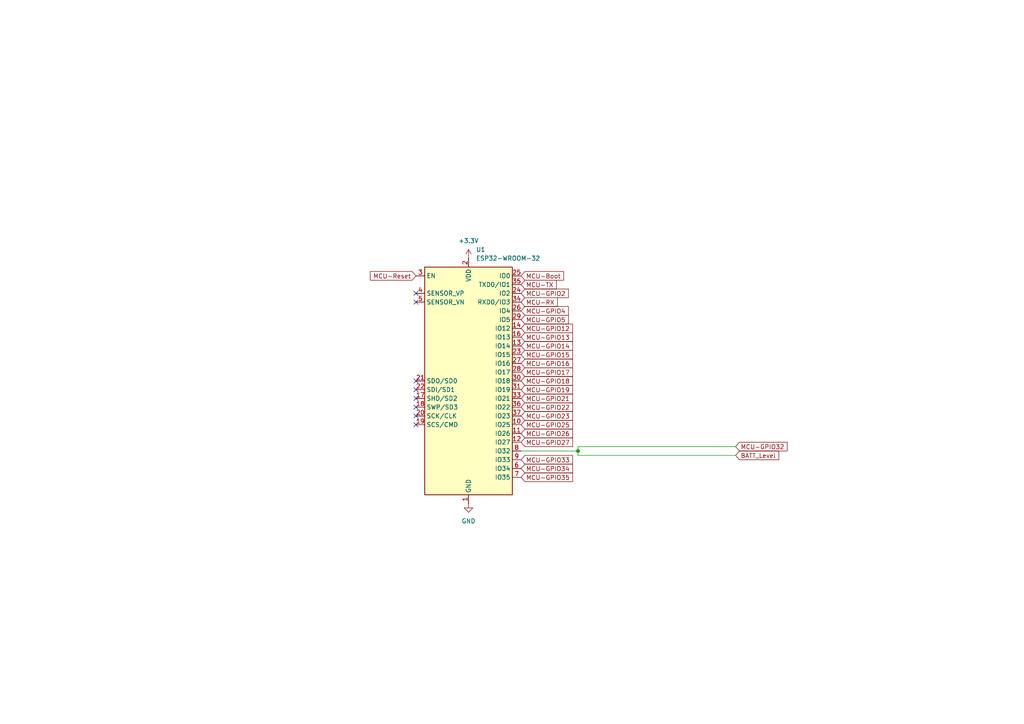
<source format=kicad_sch>
(kicad_sch (version 20250114) (generator "eeschema") (generator_version "9.0")
  (paper "A4")
  (title_block (title "BeanBike Controller MCU") (date "2025-10-10") (rev "1") (company "Ginobeano"))
  (lib_symbols
    (symbol "RF_Module:ESP32-WROOM-32"
      (property "Reference" "U" (at -12.7 34.29 0))
      (property "Value" "ESP32-WROOM-32" (at 1.27 34.29 0))
      (symbol "ESP32-WROOM-32_0_1"
        (rectangle (start -12.7 33.02) (end 12.7 -33.02) (stroke (width 0.254)) (fill (type background)))
      )
      (symbol "ESP32-WROOM-32_1_1"
        (pin input line (at -15.24 30.48 0) (length 2.54) (name "EN") (number "3"))
        (pin input line (at -15.24 25.4 0) (length 2.54) (name "SENSOR_VP") (number "4"))
        (pin input line (at -15.24 22.86 0) (length 2.54) (name "SENSOR_VN") (number "5"))
        (pin bidirectional line (at -15.24 0 0) (length 2.54) (name "SDO/SD0") (number "21"))
        (pin bidirectional line (at -15.24 -2.54 0) (length 2.54) (name "SDI/SD1") (number "22"))
        (pin bidirectional line (at -15.24 -5.08 0) (length 2.54) (name "SHD/SD2") (number "17"))
        (pin bidirectional line (at -15.24 -7.62 0) (length 2.54) (name "SWP/SD3") (number "18"))
        (pin bidirectional line (at -15.24 -10.16 0) (length 2.54) (name "SCK/CLK") (number "20"))
        (pin bidirectional line (at -15.24 -12.7 0) (length 2.54) (name "SCS/CMD") (number "19"))
        (pin no_connect line (at -12.7 -27.94 0) (length 2.54) (hide yes) (name "NC") (number "32"))
        (pin power_in line (at 0 35.56 270) (length 2.54) (name "VDD") (number "2"))
        (pin power_in line (at 0 -35.56 90) (length 2.54) (name "GND") (number "1"))
        (pin passive line (at 0 -35.56 90) (length 2.54) (hide yes) (name "GND") (number "15"))
        (pin passive line (at 0 -35.56 90) (length 2.54) (hide yes) (name "GND") (number "38"))
        (pin passive line (at 0 -35.56 90) (length 2.54) (hide yes) (name "GND") (number "39"))
        (pin bidirectional line (at 15.24 30.48 180) (length 2.54) (name "IO0") (number "25"))
        (pin bidirectional line (at 15.24 27.94 180) (length 2.54) (name "TXD0/IO1") (number "35"))
        (pin bidirectional line (at 15.24 25.4 180) (length 2.54) (name "IO2") (number "24"))
        (pin bidirectional line (at 15.24 22.86 180) (length 2.54) (name "RXD0/IO3") (number "34"))
        (pin bidirectional line (at 15.24 20.32 180) (length 2.54) (name "IO4") (number "26"))
        (pin bidirectional line (at 15.24 17.78 180) (length 2.54) (name "IO5") (number "29"))
        (pin bidirectional line (at 15.24 15.24 180) (length 2.54) (name "IO12") (number "14"))
        (pin bidirectional line (at 15.24 12.7 180) (length 2.54) (name "IO13") (number "16"))
        (pin bidirectional line (at 15.24 10.16 180) (length 2.54) (name "IO14") (number "13"))
        (pin bidirectional line (at 15.24 7.62 180) (length 2.54) (name "IO15") (number "23"))
        (pin bidirectional line (at 15.24 5.08 180) (length 2.54) (name "IO16") (number "27"))
        (pin bidirectional line (at 15.24 2.54 180) (length 2.54) (name "IO17") (number "28"))
        (pin bidirectional line (at 15.24 0 180) (length 2.54) (name "IO18") (number "30"))
        (pin bidirectional line (at 15.24 -2.54 180) (length 2.54) (name "IO19") (number "31"))
        (pin bidirectional line (at 15.24 -5.08 180) (length 2.54) (name "IO21") (number "33"))
        (pin bidirectional line (at 15.24 -7.62 180) (length 2.54) (name "IO22") (number "36"))
        (pin bidirectional line (at 15.24 -10.16 180) (length 2.54) (name "IO23") (number "37"))
        (pin bidirectional line (at 15.24 -12.7 180) (length 2.54) (name "IO25") (number "10"))
        (pin bidirectional line (at 15.24 -15.24 180) (length 2.54) (name "IO26") (number "11"))
        (pin bidirectional line (at 15.24 -17.78 180) (length 2.54) (name "IO27") (number "12"))
        (pin bidirectional line (at 15.24 -20.32 180) (length 2.54) (name "IO32") (number "8"))
        (pin bidirectional line (at 15.24 -22.86 180) (length 2.54) (name "IO33") (number "9"))
        (pin input line (at 15.24 -25.4 180) (length 2.54) (name "IO34") (number "6"))
        (pin input line (at 15.24 -27.94 180) (length 2.54) (name "IO35") (number "7"))
      )
    )
    (symbol "power:+3.3V" (power) (pin_numbers (hide yes)) (pin_names (offset 0) (hide yes))
      (property "Value" "+3.3V" (at 0 3.556 0))
      (symbol "+3.3V_0_1"
        (polyline (pts (xy -0.762 1.27) (xy 0 2.54)))
        (polyline (pts (xy 0 2.54) (xy 0.762 1.27)))
        (polyline (pts (xy 0 0) (xy 0 2.54)))
      )
      (symbol "+3.3V_1_1"
        (pin power_in line (at 0 0 90) (length 0) (name "~") (number "1"))
      )
    )
    (symbol "power:GND" (power) (pin_numbers (hide yes)) (pin_names (offset 0) (hide yes))
      (property "Value" "GND" (at 0 -3.81 0))
      (symbol "GND_0_1"
        (polyline (pts (xy 0 0) (xy 0 -1.27) (xy 1.27 -1.27) (xy 0 -2.54) (xy -1.27 -1.27) (xy 0 -1.27)))
      )
      (symbol "GND_1_1"
        (pin power_in line (at 0 0 270) (length 0) (name "~") (number "1"))
      )
    )
  )
  (junction (at 167.64 130.81))
  (no_connect (at 120.65 113.03))
  (no_connect (at 120.65 115.57))
  (no_connect (at 120.65 110.49))
  (no_connect (at 120.65 120.65))
  (no_connect (at 120.65 123.19))
  (no_connect (at 120.65 87.63))
  (no_connect (at 120.65 85.09))
  (no_connect (at 120.65 118.11))
  (wire (pts (xy 213.36 129.54) (xy 167.64 129.54)))
  (wire (pts (xy 167.64 130.81) (xy 167.64 132.08)))
  (wire (pts (xy 167.64 130.81) (xy 151.13 130.81)))
  (wire (pts (xy 167.64 129.54) (xy 167.64 130.81)))
  (wire (pts (xy 167.64 132.08) (xy 213.36 132.08)))
  (global_label "MCU-GPIO34" (shape input) (at 151.13 135.89 0) (property "Intersheetrefs" "${INTERSHEET_REFS}" (effects (hide yes))))
  (global_label "MCU-TX" (shape input) (at 151.13 82.55 0) (property "Intersheetrefs" "${INTERSHEET_REFS}" (effects (hide yes))))
  (global_label "MCU-GPIO22" (shape input) (at 151.13 118.11 0) (property "Intersheetrefs" "${INTERSHEET_REFS}" (effects (hide yes))))
  (global_label "MCU-GPIO12" (shape input) (at 151.13 95.25 0) (property "Intersheetrefs" "${INTERSHEET_REFS}" (effects (hide yes))))
  (global_label "MCU-GPIO13" (shape input) (at 151.13 97.79 0) (property "Intersheetrefs" "${INTERSHEET_REFS}" (effects (hide yes))))
  (global_label "MCU-GPIO26" (shape input) (at 151.13 125.73 0) (property "Intersheetrefs" "${INTERSHEET_REFS}" (effects (hide yes))))
  (global_label "MCU-GPIO17" (shape input) (at 151.13 107.95 0) (property "Intersheetrefs" "${INTERSHEET_REFS}" (effects (hide yes))))
  (global_label "MCU-GPIO14" (shape input) (at 151.13 100.33 0) (property "Intersheetrefs" "${INTERSHEET_REFS}" (effects (hide yes))))
  (global_label "MCU-Boot" (shape input) (at 151.13 80.01 0) (property "Intersheetrefs" "${INTERSHEET_REFS}" (effects (hide yes))))
  (global_label "MCU-GPIO19" (shape input) (at 151.13 113.03 0) (property "Intersheetrefs" "${INTERSHEET_REFS}" (effects (hide yes))))
  (global_label "MCU-GPIO2" (shape input) (at 151.13 85.09 0) (property "Intersheetrefs" "${INTERSHEET_REFS}" (effects (hide yes))))
  (global_label "MCU-GPIO33" (shape input) (at 151.13 133.35 0) (property "Intersheetrefs" "${INTERSHEET_REFS}" (effects (hide yes))))
  (global_label "MCU-GPIO21" (shape input) (at 151.13 115.57 0) (property "Intersheetrefs" "${INTERSHEET_REFS}" (effects (hide yes))))
  (global_label "MCU-GPIO5" (shape input) (at 151.13 92.71 0) (property "Intersheetrefs" "${INTERSHEET_REFS}" (effects (hide yes))))
  (global_label "MCU-GPIO25" (shape input) (at 151.13 123.19 0) (property "Intersheetrefs" "${INTERSHEET_REFS}" (effects (hide yes))))
  (global_label "MCU-GPIO23" (shape input) (at 151.13 120.65 0) (property "Intersheetrefs" "${INTERSHEET_REFS}" (effects (hide yes))))
  (global_label "MCU-RX" (shape input) (at 151.13 87.63 0) (property "Intersheetrefs" "${INTERSHEET_REFS}" (effects (hide yes))))
  (global_label "MCU-GPIO27" (shape input) (at 151.13 128.27 0) (property "Intersheetrefs" "${INTERSHEET_REFS}" (effects (hide yes))))
  (global_label "MCU-GPIO35" (shape input) (at 151.13 138.43 0) (property "Intersheetrefs" "${INTERSHEET_REFS}" (effects (hide yes))))
  (global_label "MCU-GPIO4" (shape input) (at 151.13 90.17 0) (property "Intersheetrefs" "${INTERSHEET_REFS}" (effects (hide yes))))
  (global_label "MCU-GPIO15" (shape input) (at 151.13 102.87 0) (property "Intersheetrefs" "${INTERSHEET_REFS}" (effects (hide yes))))
  (global_label "BATT_Level" (shape input) (at 213.36 132.08 0) (property "Intersheetrefs" "${INTERSHEET_REFS}" (effects (hide yes))))
  (global_label "MCU-GPIO32" (shape input) (at 213.36 129.54 0) (property "Intersheetrefs" "${INTERSHEET_REFS}" (effects (hide yes))))
  (global_label "MCU-GPIO16" (shape input) (at 151.13 105.41 0) (property "Intersheetrefs" "${INTERSHEET_REFS}" (effects (hide yes))))
  (global_label "MCU-Reset" (shape input) (at 120.65 80.01 180) (property "Intersheetrefs" "${INTERSHEET_REFS}" (effects (hide yes))))
  (global_label "MCU-GPIO18" (shape input) (at 151.13 110.49 0) (property "Intersheetrefs" "${INTERSHEET_REFS}" (effects (hide yes))))
  (symbol (lib_id "power:GND") (at 135.89 146.05 0) (unit 1)
    (property "Reference" "#PWR02" (effects (hide yes)))
    (property "Value" "GND" (at 135.89 151.13 0))
    (property "Description" "Power symbol creates a global label with name \"GND\" , ground" (effects (hide yes)))
  )
  (symbol (lib_id "RF_Module:ESP32-WROOM-32") (at 135.89 110.49 0) (unit 1)
    (property "Reference" "U1" (at 138.0333 72.39 0) (effects (justify left)))
    (property "Value" "ESP32-WROOM-32" (at 138.0333 74.93 0) (effects (justify left)))
    (property "Footprint" "RF_Module:ESP32-WROOM-32" (effects (hide yes)))
    (property "Datasheet" "https://www.espressif.com/sites/default/files/documentation/esp32-wroom-32_datasheet_en.pdf" (effects (hide yes)))
    (property "Description" "RF Module, ESP32-D0WDQ6 SoC, Wi-Fi 802.11b/g/n, Bluetooth, BLE, 32-bit, 2.7-3.6V, onboard antenna, SMD" (effects (hide yes)))
  )
  (symbol (lib_id "power:+3.3V") (at 135.89 74.93 0) (unit 1)
    (property "Reference" "#PWR01" (effects (hide yes)))
    (property "Value" "+3.3V" (at 135.89 69.85 0))
    (property "Description" "Power symbol creates a global label with name \"+3.3V\"" (effects (hide yes)))
  )
)
</source>
